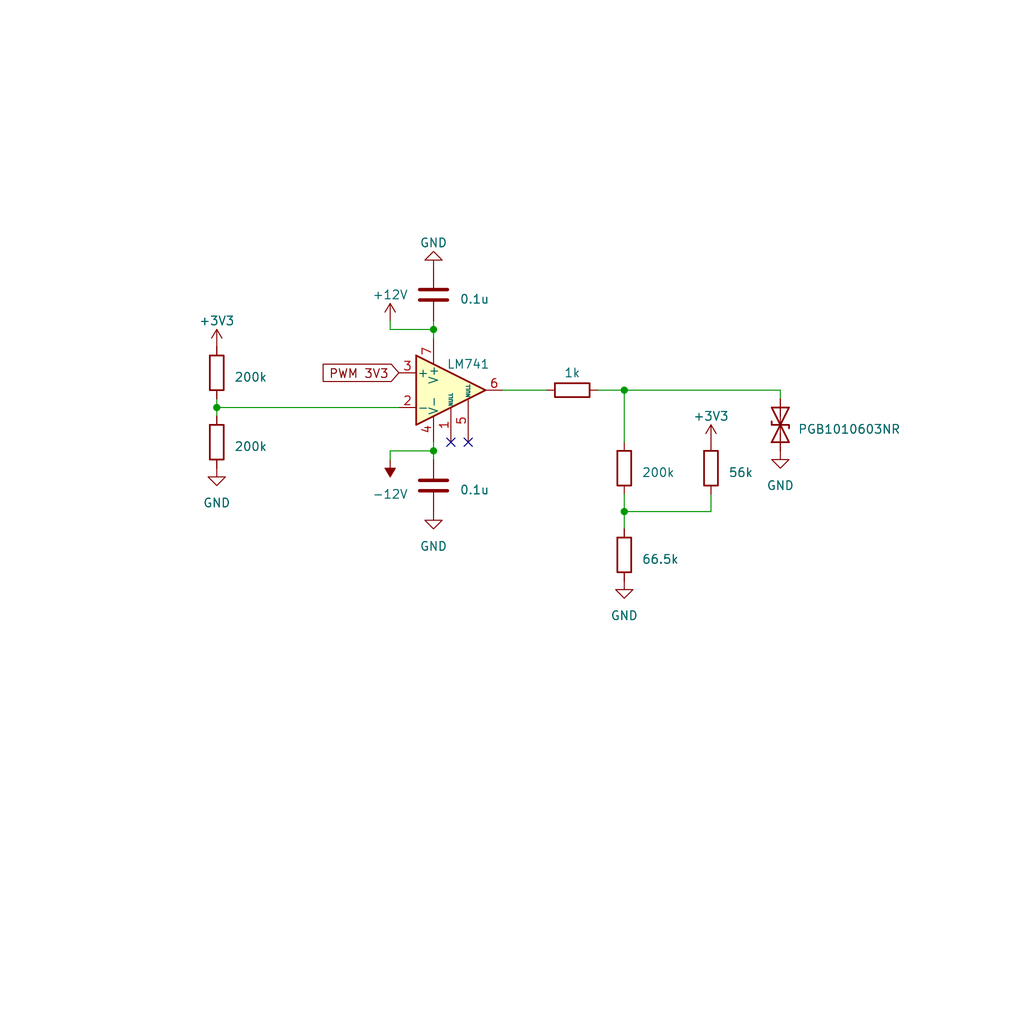
<source format=kicad_sch>
(kicad_sch (version 20230121) (generator eeschema)

  (uuid 794f02f1-601f-4541-9f4a-d3b04ae4d5ce)

  (paper "User" 150.012 150.012)

  (title_block
    (title "Control Pilot PCB")
    (company "Universjdad Nacional de Colombia")
    (comment 1 "Yanet Esther Estrada López     Juan Esteban Bustos Rodríguez")
    (comment 2 "Julián Enrique Tovar Aranguren     María Camila Muñóz Berrio")
    (comment 3 "Manuel Alejandro Pérez Carvajal     Eddy Santiago Delgado Caro")
  )

  (lib_symbols
    (symbol "Amplifier_Operational:LM741" (pin_names (offset 0.127)) (in_bom yes) (on_board yes)
      (property "Reference" "U" (at 0 6.35 0)
        (effects (font (size 1.27 1.27)) (justify left))
      )
      (property "Value" "LM741" (at 0 3.81 0)
        (effects (font (size 1.27 1.27)) (justify left))
      )
      (property "Footprint" "" (at 1.27 1.27 0)
        (effects (font (size 1.27 1.27)) hide)
      )
      (property "Datasheet" "http://www.ti.com/lit/ds/symlink/lm741.pdf" (at 3.81 3.81 0)
        (effects (font (size 1.27 1.27)) hide)
      )
      (property "ki_keywords" "single opamp" (at 0 0 0)
        (effects (font (size 1.27 1.27)) hide)
      )
      (property "ki_description" "Operational Amplifier, DIP-8/TO-99-8" (at 0 0 0)
        (effects (font (size 1.27 1.27)) hide)
      )
      (property "ki_fp_filters" "SOIC*3.9x4.9mm*P1.27mm* DIP*W7.62mm* TSSOP*3x3mm*P0.65mm*" (at 0 0 0)
        (effects (font (size 1.27 1.27)) hide)
      )
      (symbol "LM741_0_1"
        (polyline
          (pts
            (xy -5.08 5.08)
            (xy 5.08 0)
            (xy -5.08 -5.08)
            (xy -5.08 5.08)
          )
          (stroke (width 0.254) (type default))
          (fill (type background))
        )
      )
      (symbol "LM741_1_1"
        (pin input line (at 0 -7.62 90) (length 5.08)
          (name "NULL" (effects (font (size 0.508 0.508))))
          (number "1" (effects (font (size 1.27 1.27))))
        )
        (pin input line (at -7.62 -2.54 0) (length 2.54)
          (name "-" (effects (font (size 1.27 1.27))))
          (number "2" (effects (font (size 1.27 1.27))))
        )
        (pin input line (at -7.62 2.54 0) (length 2.54)
          (name "+" (effects (font (size 1.27 1.27))))
          (number "3" (effects (font (size 1.27 1.27))))
        )
        (pin power_in line (at -2.54 -7.62 90) (length 3.81)
          (name "V-" (effects (font (size 1.27 1.27))))
          (number "4" (effects (font (size 1.27 1.27))))
        )
        (pin input line (at 2.54 -7.62 90) (length 6.35)
          (name "NULL" (effects (font (size 0.508 0.508))))
          (number "5" (effects (font (size 1.27 1.27))))
        )
        (pin output line (at 7.62 0 180) (length 2.54)
          (name "~" (effects (font (size 1.27 1.27))))
          (number "6" (effects (font (size 1.27 1.27))))
        )
        (pin power_in line (at -2.54 7.62 270) (length 3.81)
          (name "V+" (effects (font (size 1.27 1.27))))
          (number "7" (effects (font (size 1.27 1.27))))
        )
        (pin no_connect line (at 0 2.54 270) (length 2.54) hide
          (name "NC" (effects (font (size 1.27 1.27))))
          (number "8" (effects (font (size 1.27 1.27))))
        )
      )
    )
    (symbol "Device:C" (pin_numbers hide) (pin_names (offset 0.254)) (in_bom yes) (on_board yes)
      (property "Reference" "C" (at 0.635 2.54 0)
        (effects (font (size 1.27 1.27)) (justify left))
      )
      (property "Value" "C" (at 0.635 -2.54 0)
        (effects (font (size 1.27 1.27)) (justify left))
      )
      (property "Footprint" "" (at 0.9652 -3.81 0)
        (effects (font (size 1.27 1.27)) hide)
      )
      (property "Datasheet" "~" (at 0 0 0)
        (effects (font (size 1.27 1.27)) hide)
      )
      (property "ki_keywords" "cap capacitor" (at 0 0 0)
        (effects (font (size 1.27 1.27)) hide)
      )
      (property "ki_description" "Unpolarized capacitor" (at 0 0 0)
        (effects (font (size 1.27 1.27)) hide)
      )
      (property "ki_fp_filters" "C_*" (at 0 0 0)
        (effects (font (size 1.27 1.27)) hide)
      )
      (symbol "C_0_1"
        (polyline
          (pts
            (xy -2.032 -0.762)
            (xy 2.032 -0.762)
          )
          (stroke (width 0.508) (type default))
          (fill (type none))
        )
        (polyline
          (pts
            (xy -2.032 0.762)
            (xy 2.032 0.762)
          )
          (stroke (width 0.508) (type default))
          (fill (type none))
        )
      )
      (symbol "C_1_1"
        (pin passive line (at 0 3.81 270) (length 2.794)
          (name "~" (effects (font (size 1.27 1.27))))
          (number "1" (effects (font (size 1.27 1.27))))
        )
        (pin passive line (at 0 -3.81 90) (length 2.794)
          (name "~" (effects (font (size 1.27 1.27))))
          (number "2" (effects (font (size 1.27 1.27))))
        )
      )
    )
    (symbol "Device:D_TVS" (pin_numbers hide) (pin_names (offset 1.016) hide) (in_bom yes) (on_board yes)
      (property "Reference" "D" (at 0 2.54 0)
        (effects (font (size 1.27 1.27)))
      )
      (property "Value" "D_TVS" (at 0 -2.54 0)
        (effects (font (size 1.27 1.27)))
      )
      (property "Footprint" "" (at 0 0 0)
        (effects (font (size 1.27 1.27)) hide)
      )
      (property "Datasheet" "~" (at 0 0 0)
        (effects (font (size 1.27 1.27)) hide)
      )
      (property "ki_keywords" "diode TVS thyrector" (at 0 0 0)
        (effects (font (size 1.27 1.27)) hide)
      )
      (property "ki_description" "Bidirectional transient-voltage-suppression diode" (at 0 0 0)
        (effects (font (size 1.27 1.27)) hide)
      )
      (property "ki_fp_filters" "TO-???* *_Diode_* *SingleDiode* D_*" (at 0 0 0)
        (effects (font (size 1.27 1.27)) hide)
      )
      (symbol "D_TVS_0_1"
        (polyline
          (pts
            (xy 1.27 0)
            (xy -1.27 0)
          )
          (stroke (width 0) (type default))
          (fill (type none))
        )
        (polyline
          (pts
            (xy 0.508 1.27)
            (xy 0 1.27)
            (xy 0 -1.27)
            (xy -0.508 -1.27)
          )
          (stroke (width 0.254) (type default))
          (fill (type none))
        )
        (polyline
          (pts
            (xy -2.54 1.27)
            (xy -2.54 -1.27)
            (xy 2.54 1.27)
            (xy 2.54 -1.27)
            (xy -2.54 1.27)
          )
          (stroke (width 0.254) (type default))
          (fill (type none))
        )
      )
      (symbol "D_TVS_1_1"
        (pin passive line (at -3.81 0 0) (length 2.54)
          (name "A1" (effects (font (size 1.27 1.27))))
          (number "1" (effects (font (size 1.27 1.27))))
        )
        (pin passive line (at 3.81 0 180) (length 2.54)
          (name "A2" (effects (font (size 1.27 1.27))))
          (number "2" (effects (font (size 1.27 1.27))))
        )
      )
    )
    (symbol "Device:R" (pin_numbers hide) (pin_names (offset 0)) (in_bom yes) (on_board yes)
      (property "Reference" "R" (at 2.032 0 90)
        (effects (font (size 1.27 1.27)))
      )
      (property "Value" "R" (at 0 0 90)
        (effects (font (size 1.27 1.27)))
      )
      (property "Footprint" "" (at -1.778 0 90)
        (effects (font (size 1.27 1.27)) hide)
      )
      (property "Datasheet" "~" (at 0 0 0)
        (effects (font (size 1.27 1.27)) hide)
      )
      (property "ki_keywords" "R res resistor" (at 0 0 0)
        (effects (font (size 1.27 1.27)) hide)
      )
      (property "ki_description" "Resistor" (at 0 0 0)
        (effects (font (size 1.27 1.27)) hide)
      )
      (property "ki_fp_filters" "R_*" (at 0 0 0)
        (effects (font (size 1.27 1.27)) hide)
      )
      (symbol "R_0_1"
        (rectangle (start -1.016 -2.54) (end 1.016 2.54)
          (stroke (width 0.254) (type default))
          (fill (type none))
        )
      )
      (symbol "R_1_1"
        (pin passive line (at 0 3.81 270) (length 1.27)
          (name "~" (effects (font (size 1.27 1.27))))
          (number "1" (effects (font (size 1.27 1.27))))
        )
        (pin passive line (at 0 -3.81 90) (length 1.27)
          (name "~" (effects (font (size 1.27 1.27))))
          (number "2" (effects (font (size 1.27 1.27))))
        )
      )
    )
    (symbol "power:+12V" (power) (pin_names (offset 0)) (in_bom yes) (on_board yes)
      (property "Reference" "#PWR" (at 0 -3.81 0)
        (effects (font (size 1.27 1.27)) hide)
      )
      (property "Value" "+12V" (at 0 3.556 0)
        (effects (font (size 1.27 1.27)))
      )
      (property "Footprint" "" (at 0 0 0)
        (effects (font (size 1.27 1.27)) hide)
      )
      (property "Datasheet" "" (at 0 0 0)
        (effects (font (size 1.27 1.27)) hide)
      )
      (property "ki_keywords" "global power" (at 0 0 0)
        (effects (font (size 1.27 1.27)) hide)
      )
      (property "ki_description" "Power symbol creates a global label with name \"+12V\"" (at 0 0 0)
        (effects (font (size 1.27 1.27)) hide)
      )
      (symbol "+12V_0_1"
        (polyline
          (pts
            (xy -0.762 1.27)
            (xy 0 2.54)
          )
          (stroke (width 0) (type default))
          (fill (type none))
        )
        (polyline
          (pts
            (xy 0 0)
            (xy 0 2.54)
          )
          (stroke (width 0) (type default))
          (fill (type none))
        )
        (polyline
          (pts
            (xy 0 2.54)
            (xy 0.762 1.27)
          )
          (stroke (width 0) (type default))
          (fill (type none))
        )
      )
      (symbol "+12V_1_1"
        (pin power_in line (at 0 0 90) (length 0) hide
          (name "+12V" (effects (font (size 1.27 1.27))))
          (number "1" (effects (font (size 1.27 1.27))))
        )
      )
    )
    (symbol "power:+3V3" (power) (pin_names (offset 0)) (in_bom yes) (on_board yes)
      (property "Reference" "#PWR" (at 0 -3.81 0)
        (effects (font (size 1.27 1.27)) hide)
      )
      (property "Value" "+3V3" (at 0 3.556 0)
        (effects (font (size 1.27 1.27)))
      )
      (property "Footprint" "" (at 0 0 0)
        (effects (font (size 1.27 1.27)) hide)
      )
      (property "Datasheet" "" (at 0 0 0)
        (effects (font (size 1.27 1.27)) hide)
      )
      (property "ki_keywords" "global power" (at 0 0 0)
        (effects (font (size 1.27 1.27)) hide)
      )
      (property "ki_description" "Power symbol creates a global label with name \"+3V3\"" (at 0 0 0)
        (effects (font (size 1.27 1.27)) hide)
      )
      (symbol "+3V3_0_1"
        (polyline
          (pts
            (xy -0.762 1.27)
            (xy 0 2.54)
          )
          (stroke (width 0) (type default))
          (fill (type none))
        )
        (polyline
          (pts
            (xy 0 0)
            (xy 0 2.54)
          )
          (stroke (width 0) (type default))
          (fill (type none))
        )
        (polyline
          (pts
            (xy 0 2.54)
            (xy 0.762 1.27)
          )
          (stroke (width 0) (type default))
          (fill (type none))
        )
      )
      (symbol "+3V3_1_1"
        (pin power_in line (at 0 0 90) (length 0) hide
          (name "+3V3" (effects (font (size 1.27 1.27))))
          (number "1" (effects (font (size 1.27 1.27))))
        )
      )
    )
    (symbol "power:-12V" (power) (pin_names (offset 0)) (in_bom yes) (on_board yes)
      (property "Reference" "#PWR" (at 0 2.54 0)
        (effects (font (size 1.27 1.27)) hide)
      )
      (property "Value" "-12V" (at 0 3.81 0)
        (effects (font (size 1.27 1.27)))
      )
      (property "Footprint" "" (at 0 0 0)
        (effects (font (size 1.27 1.27)) hide)
      )
      (property "Datasheet" "" (at 0 0 0)
        (effects (font (size 1.27 1.27)) hide)
      )
      (property "ki_keywords" "global power" (at 0 0 0)
        (effects (font (size 1.27 1.27)) hide)
      )
      (property "ki_description" "Power symbol creates a global label with name \"-12V\"" (at 0 0 0)
        (effects (font (size 1.27 1.27)) hide)
      )
      (symbol "-12V_0_0"
        (pin power_in line (at 0 0 90) (length 0) hide
          (name "-12V" (effects (font (size 1.27 1.27))))
          (number "1" (effects (font (size 1.27 1.27))))
        )
      )
      (symbol "-12V_0_1"
        (polyline
          (pts
            (xy 0 0)
            (xy 0 1.27)
            (xy 0.762 1.27)
            (xy 0 2.54)
            (xy -0.762 1.27)
            (xy 0 1.27)
          )
          (stroke (width 0) (type default))
          (fill (type outline))
        )
      )
    )
    (symbol "power:GND" (power) (pin_names (offset 0)) (in_bom yes) (on_board yes)
      (property "Reference" "#PWR" (at 0 -6.35 0)
        (effects (font (size 1.27 1.27)) hide)
      )
      (property "Value" "GND" (at 0 -3.81 0)
        (effects (font (size 1.27 1.27)))
      )
      (property "Footprint" "" (at 0 0 0)
        (effects (font (size 1.27 1.27)) hide)
      )
      (property "Datasheet" "" (at 0 0 0)
        (effects (font (size 1.27 1.27)) hide)
      )
      (property "ki_keywords" "global power" (at 0 0 0)
        (effects (font (size 1.27 1.27)) hide)
      )
      (property "ki_description" "Power symbol creates a global label with name \"GND\" , ground" (at 0 0 0)
        (effects (font (size 1.27 1.27)) hide)
      )
      (symbol "GND_0_1"
        (polyline
          (pts
            (xy 0 0)
            (xy 0 -1.27)
            (xy 1.27 -1.27)
            (xy 0 -2.54)
            (xy -1.27 -1.27)
            (xy 0 -1.27)
          )
          (stroke (width 0) (type default))
          (fill (type none))
        )
      )
      (symbol "GND_1_1"
        (pin power_in line (at 0 0 270) (length 0) hide
          (name "GND" (effects (font (size 1.27 1.27))))
          (number "1" (effects (font (size 1.27 1.27))))
        )
      )
    )
  )

  (junction (at 91.44 57.15) (diameter 0) (color 0 0 0 0)
    (uuid 20a99827-e243-4285-82ec-5b510b8094dd)
  )
  (junction (at 63.5 48.26) (diameter 0) (color 0 0 0 0)
    (uuid 821e8c62-19f9-4ced-a390-2eae273106d6)
  )
  (junction (at 91.44 74.93) (diameter 0) (color 0 0 0 0)
    (uuid 8c44c306-fe9a-4e50-9de5-577592f591e9)
  )
  (junction (at 63.5 66.04) (diameter 0) (color 0 0 0 0)
    (uuid f3cacd41-3bb9-4c20-8a8a-be60ddd1822b)
  )
  (junction (at 31.75 59.69) (diameter 0) (color 0 0 0 0)
    (uuid f697c311-e836-40b7-91f2-682237883252)
  )

  (no_connect (at 66.04 64.77) (uuid 40a0b07e-c31e-4bfd-b32d-638592fa5376))
  (no_connect (at 68.58 64.77) (uuid 638a7eef-274a-4b7f-8b96-29e083c9949a))

  (wire (pts (xy 63.5 64.77) (xy 63.5 66.04))
    (stroke (width 0) (type default))
    (uuid 00eb11d0-8329-4046-9767-55417e6ade1e)
  )
  (wire (pts (xy 63.5 66.04) (xy 57.15 66.04))
    (stroke (width 0) (type default))
    (uuid 1155197e-2d41-4caa-b3cb-60f895384bf4)
  )
  (wire (pts (xy 91.44 57.15) (xy 91.44 64.77))
    (stroke (width 0) (type default))
    (uuid 46397d04-6567-497c-9f87-5d32bb56467c)
  )
  (wire (pts (xy 31.75 59.69) (xy 31.75 60.96))
    (stroke (width 0) (type default))
    (uuid 46b2d994-08e3-4e04-a1e8-1b8e629e0fe5)
  )
  (wire (pts (xy 57.15 48.26) (xy 57.15 46.99))
    (stroke (width 0) (type default))
    (uuid 5c0e282d-dcac-4d0b-98f1-b7e7e01a0616)
  )
  (wire (pts (xy 31.75 58.42) (xy 31.75 59.69))
    (stroke (width 0) (type default))
    (uuid 6fe0a622-d127-410f-ae9e-945eccfaebef)
  )
  (wire (pts (xy 73.66 57.15) (xy 80.01 57.15))
    (stroke (width 0) (type default))
    (uuid 7eddc350-8705-4261-a520-7b264eadd764)
  )
  (wire (pts (xy 91.44 72.39) (xy 91.44 74.93))
    (stroke (width 0) (type default))
    (uuid 83dfca2d-a18f-497e-8fe5-a5dd35e2396a)
  )
  (wire (pts (xy 63.5 48.26) (xy 57.15 48.26))
    (stroke (width 0) (type default))
    (uuid 8ff4331e-ca36-43bd-97ee-d502778c1489)
  )
  (wire (pts (xy 63.5 46.99) (xy 63.5 48.26))
    (stroke (width 0) (type default))
    (uuid 9a524712-01e3-4f92-b244-36844a082818)
  )
  (wire (pts (xy 114.3 58.42) (xy 114.3 57.15))
    (stroke (width 0) (type default))
    (uuid 9f6baee6-eb81-4bc8-a63f-92ecb648ccec)
  )
  (wire (pts (xy 63.5 66.04) (xy 63.5 67.31))
    (stroke (width 0) (type default))
    (uuid b207e785-fb87-4a4b-8883-3a27f22d3c65)
  )
  (wire (pts (xy 58.42 59.69) (xy 31.75 59.69))
    (stroke (width 0) (type default))
    (uuid c3bd6f4f-8243-4042-a9ef-ba82eaa15fbe)
  )
  (wire (pts (xy 91.44 74.93) (xy 104.14 74.93))
    (stroke (width 0) (type default))
    (uuid c880fed3-f39d-460d-815a-cf04ae732fd5)
  )
  (wire (pts (xy 104.14 72.39) (xy 104.14 74.93))
    (stroke (width 0) (type default))
    (uuid d4e6c30d-702a-4b0d-9a02-59b43701b091)
  )
  (wire (pts (xy 91.44 57.15) (xy 114.3 57.15))
    (stroke (width 0) (type default))
    (uuid d99ee1a4-b575-45c8-8655-e1837a2ec541)
  )
  (wire (pts (xy 87.63 57.15) (xy 91.44 57.15))
    (stroke (width 0) (type default))
    (uuid def078f9-2422-484b-854d-1eef348f9966)
  )
  (wire (pts (xy 63.5 48.26) (xy 63.5 49.53))
    (stroke (width 0) (type default))
    (uuid ec0bc987-f871-432c-9f9e-ab320ca89a7b)
  )
  (wire (pts (xy 91.44 74.93) (xy 91.44 77.47))
    (stroke (width 0) (type default))
    (uuid ef75745f-c6cf-4762-8391-62dee8a3385b)
  )
  (wire (pts (xy 57.15 66.04) (xy 57.15 67.31))
    (stroke (width 0) (type default))
    (uuid feb9f3f6-20e7-4b46-997a-a71ab0c83317)
  )

  (global_label "PWM 3V3" (shape input) (at 58.42 54.61 180) (fields_autoplaced)
    (effects (font (size 1.27 1.27)) (justify right))
    (uuid ff383ff0-50ab-4c8c-933d-2669dd04548c)
    (property "Intersheetrefs" "${INTERSHEET_REFS}" (at 46.8662 54.61 0)
      (effects (font (size 1.27 1.27)) (justify right) hide)
    )
  )

  (symbol (lib_id "power:+3V3") (at 104.14 64.77 0) (unit 1)
    (in_bom yes) (on_board yes) (dnp no) (fields_autoplaced)
    (uuid 06db7cfa-3de2-4b43-8e24-894f3420c973)
    (property "Reference" "#PWR02" (at 104.14 68.58 0)
      (effects (font (size 1.27 1.27)) hide)
    )
    (property "Value" "+3V3" (at 104.14 60.96 0)
      (effects (font (size 1.27 1.27)))
    )
    (property "Footprint" "" (at 104.14 64.77 0)
      (effects (font (size 1.27 1.27)) hide)
    )
    (property "Datasheet" "" (at 104.14 64.77 0)
      (effects (font (size 1.27 1.27)) hide)
    )
    (pin "1" (uuid aefe602c-a1a6-407a-afd1-cc5860959d9c))
    (instances
      (project "controlpilot"
        (path "/794f02f1-601f-4541-9f4a-d3b04ae4d5ce"
          (reference "#PWR02") (unit 1)
        )
      )
    )
  )

  (symbol (lib_id "Device:D_TVS") (at 114.3 62.23 90) (unit 1)
    (in_bom yes) (on_board yes) (dnp no) (fields_autoplaced)
    (uuid 0d1d4d12-d593-4abc-bb74-cfd22ac3754f)
    (property "Reference" "D1" (at 116.84 61.595 90)
      (effects (font (size 1.27 1.27)) (justify right) hide)
    )
    (property "Value" "PGB1010603NR" (at 116.84 62.865 90)
      (effects (font (size 1.27 1.27)) (justify right))
    )
    (property "Footprint" "LED_SMD:LED_0201_0603Metric" (at 114.3 62.23 0)
      (effects (font (size 1.27 1.27)) hide)
    )
    (property "Datasheet" "~" (at 114.3 62.23 0)
      (effects (font (size 1.27 1.27)) hide)
    )
    (pin "1" (uuid d85eeed5-28ef-4019-9ee8-3f683bf71a2f))
    (pin "2" (uuid 8733005c-26e9-4740-a533-444627bf7838))
    (instances
      (project "controlpilot"
        (path "/794f02f1-601f-4541-9f4a-d3b04ae4d5ce"
          (reference "D1") (unit 1)
        )
      )
    )
  )

  (symbol (lib_id "power:GND") (at 63.5 74.93 0) (unit 1)
    (in_bom yes) (on_board yes) (dnp no) (fields_autoplaced)
    (uuid 0e0a3c97-b741-4eb0-8869-0e8c8fdba0db)
    (property "Reference" "#PWR04" (at 63.5 81.28 0)
      (effects (font (size 1.27 1.27)) hide)
    )
    (property "Value" "GND" (at 63.5 80.01 0)
      (effects (font (size 1.27 1.27)))
    )
    (property "Footprint" "" (at 63.5 74.93 0)
      (effects (font (size 1.27 1.27)) hide)
    )
    (property "Datasheet" "" (at 63.5 74.93 0)
      (effects (font (size 1.27 1.27)) hide)
    )
    (pin "1" (uuid 7173d0d7-81e2-4713-b065-ca54b3d6b1e0))
    (instances
      (project "controlpilot"
        (path "/794f02f1-601f-4541-9f4a-d3b04ae4d5ce"
          (reference "#PWR04") (unit 1)
        )
      )
    )
  )

  (symbol (lib_id "power:GND") (at 31.75 68.58 0) (unit 1)
    (in_bom yes) (on_board yes) (dnp no) (fields_autoplaced)
    (uuid 141692fb-8919-4054-aeb3-5714d343cd16)
    (property "Reference" "#PWR03" (at 31.75 74.93 0)
      (effects (font (size 1.27 1.27)) hide)
    )
    (property "Value" "GND" (at 31.75 73.66 0)
      (effects (font (size 1.27 1.27)))
    )
    (property "Footprint" "" (at 31.75 68.58 0)
      (effects (font (size 1.27 1.27)) hide)
    )
    (property "Datasheet" "" (at 31.75 68.58 0)
      (effects (font (size 1.27 1.27)) hide)
    )
    (pin "1" (uuid 154b12e8-fa5a-47a8-9d79-d94fc811e29a))
    (instances
      (project "controlpilot"
        (path "/794f02f1-601f-4541-9f4a-d3b04ae4d5ce"
          (reference "#PWR03") (unit 1)
        )
      )
    )
  )

  (symbol (lib_id "power:GND") (at 91.44 85.09 0) (unit 1)
    (in_bom yes) (on_board yes) (dnp no) (fields_autoplaced)
    (uuid 26ce8994-62bd-4391-8ee2-568f0c472541)
    (property "Reference" "#PWR06" (at 91.44 91.44 0)
      (effects (font (size 1.27 1.27)) hide)
    )
    (property "Value" "GND" (at 91.44 90.17 0)
      (effects (font (size 1.27 1.27)))
    )
    (property "Footprint" "" (at 91.44 85.09 0)
      (effects (font (size 1.27 1.27)) hide)
    )
    (property "Datasheet" "" (at 91.44 85.09 0)
      (effects (font (size 1.27 1.27)) hide)
    )
    (pin "1" (uuid 381571a9-361d-432e-815a-0ff289f38c7c))
    (instances
      (project "controlpilot"
        (path "/794f02f1-601f-4541-9f4a-d3b04ae4d5ce"
          (reference "#PWR06") (unit 1)
        )
      )
    )
  )

  (symbol (lib_id "Amplifier_Operational:LM741") (at 66.04 57.15 0) (unit 1)
    (in_bom yes) (on_board yes) (dnp no)
    (uuid 26f3a4f2-d5d7-4f42-b92b-6455c94fa6c1)
    (property "Reference" "U1" (at 76.2 53.7211 0)
      (effects (font (size 1.27 1.27)) hide)
    )
    (property "Value" "LM741" (at 68.58 53.34 0)
      (effects (font (size 1.27 1.27)))
    )
    (property "Footprint" "Package_DIP:DIP-8_W7.62mm_Socket" (at 67.31 55.88 0)
      (effects (font (size 1.27 1.27)) hide)
    )
    (property "Datasheet" "http://www.ti.com/lit/ds/symlink/lm741.pdf" (at 69.85 53.34 0)
      (effects (font (size 1.27 1.27)) hide)
    )
    (pin "1" (uuid e497e42d-e1b9-424b-852f-13d651a6f8c1))
    (pin "2" (uuid 4b0cd718-3343-483b-bf8c-7c0ea9713374))
    (pin "3" (uuid 8ca2242f-8e76-4aca-b254-e6ead73c3aa9))
    (pin "4" (uuid 0387962c-130a-449a-b56d-a02e1dcf559a))
    (pin "5" (uuid 21d2edb9-9e9e-4ef1-855c-19bd4a877926))
    (pin "6" (uuid ba951ba9-47f3-4b93-891c-7b4a1fcd11a2))
    (pin "7" (uuid aa3d6b6b-e9cf-4ade-a8bb-201b1d3e410f))
    (pin "8" (uuid b435d412-8c40-43e5-a614-da910779cc2c))
    (instances
      (project "controlpilot"
        (path "/794f02f1-601f-4541-9f4a-d3b04ae4d5ce"
          (reference "U1") (unit 1)
        )
      )
    )
  )

  (symbol (lib_id "Device:C") (at 63.5 71.12 0) (unit 1)
    (in_bom yes) (on_board yes) (dnp no) (fields_autoplaced)
    (uuid 2f54e2c6-f250-4806-8085-1faa7c69df32)
    (property "Reference" "C2" (at 67.31 70.485 0)
      (effects (font (size 1.27 1.27)) (justify left) hide)
    )
    (property "Value" "0.1u" (at 67.31 71.755 0)
      (effects (font (size 1.27 1.27)) (justify left))
    )
    (property "Footprint" "Capacitor_THT:C_Disc_D3.0mm_W1.6mm_P2.50mm" (at 64.4652 74.93 0)
      (effects (font (size 1.27 1.27)) hide)
    )
    (property "Datasheet" "~" (at 63.5 71.12 0)
      (effects (font (size 1.27 1.27)) hide)
    )
    (pin "1" (uuid f7752df2-a1b7-48c0-b456-5a7211ed6b46))
    (pin "2" (uuid fb7670e6-2c27-4668-b417-df44d7218414))
    (instances
      (project "controlpilot"
        (path "/794f02f1-601f-4541-9f4a-d3b04ae4d5ce"
          (reference "C2") (unit 1)
        )
      )
    )
  )

  (symbol (lib_id "power:-12V") (at 57.15 67.31 180) (unit 1)
    (in_bom yes) (on_board yes) (dnp no) (fields_autoplaced)
    (uuid 326784b4-2ccf-4a81-bd92-4182f274e329)
    (property "Reference" "#PWR09" (at 57.15 69.85 0)
      (effects (font (size 1.27 1.27)) hide)
    )
    (property "Value" "-12V" (at 57.15 72.39 0)
      (effects (font (size 1.27 1.27)))
    )
    (property "Footprint" "" (at 57.15 67.31 0)
      (effects (font (size 1.27 1.27)) hide)
    )
    (property "Datasheet" "" (at 57.15 67.31 0)
      (effects (font (size 1.27 1.27)) hide)
    )
    (pin "1" (uuid 99443880-e91f-417a-b99d-598fe202e938))
    (instances
      (project "controlpilot"
        (path "/794f02f1-601f-4541-9f4a-d3b04ae4d5ce"
          (reference "#PWR09") (unit 1)
        )
      )
    )
  )

  (symbol (lib_id "Device:R") (at 83.82 57.15 90) (unit 1)
    (in_bom yes) (on_board yes) (dnp no) (fields_autoplaced)
    (uuid 5b5ec857-c310-441b-9a60-9a5be7b0c32b)
    (property "Reference" "R6" (at 83.82 52.07 90)
      (effects (font (size 1.27 1.27)) hide)
    )
    (property "Value" "1k" (at 83.82 54.61 90)
      (effects (font (size 1.27 1.27)))
    )
    (property "Footprint" "Resistor_THT:R_Axial_DIN0204_L3.6mm_D1.6mm_P5.08mm_Horizontal" (at 83.82 58.928 90)
      (effects (font (size 1.27 1.27)) hide)
    )
    (property "Datasheet" "~" (at 83.82 57.15 0)
      (effects (font (size 1.27 1.27)) hide)
    )
    (pin "1" (uuid ac824ab0-9d6d-4252-a70f-1ad8d4f6a710))
    (pin "2" (uuid 32f32c15-20f4-448b-8269-89037ecf2612))
    (instances
      (project "controlpilot"
        (path "/794f02f1-601f-4541-9f4a-d3b04ae4d5ce"
          (reference "R6") (unit 1)
        )
      )
    )
  )

  (symbol (lib_id "Device:R") (at 104.14 68.58 0) (unit 1)
    (in_bom yes) (on_board yes) (dnp no) (fields_autoplaced)
    (uuid 726035c9-9671-427c-867e-e36ccdf34117)
    (property "Reference" "R5" (at 106.68 67.945 0)
      (effects (font (size 1.27 1.27)) (justify left) hide)
    )
    (property "Value" "56k" (at 106.68 69.215 0)
      (effects (font (size 1.27 1.27)) (justify left))
    )
    (property "Footprint" "Resistor_THT:R_Axial_DIN0204_L3.6mm_D1.6mm_P5.08mm_Horizontal" (at 102.362 68.58 90)
      (effects (font (size 1.27 1.27)) hide)
    )
    (property "Datasheet" "~" (at 104.14 68.58 0)
      (effects (font (size 1.27 1.27)) hide)
    )
    (pin "1" (uuid 36159364-dd74-4f52-a538-2bf4817348f4))
    (pin "2" (uuid 462ad31e-18e6-4cf1-a3ec-822bca4f9c99))
    (instances
      (project "controlpilot"
        (path "/794f02f1-601f-4541-9f4a-d3b04ae4d5ce"
          (reference "R5") (unit 1)
        )
      )
    )
  )

  (symbol (lib_id "power:+3V3") (at 31.75 50.8 0) (unit 1)
    (in_bom yes) (on_board yes) (dnp no) (fields_autoplaced)
    (uuid 7d7e833b-92c4-44e9-b5ec-d50e5ec1a1ca)
    (property "Reference" "#PWR01" (at 31.75 54.61 0)
      (effects (font (size 1.27 1.27)) hide)
    )
    (property "Value" "+3V3" (at 31.75 46.99 0)
      (effects (font (size 1.27 1.27)))
    )
    (property "Footprint" "" (at 31.75 50.8 0)
      (effects (font (size 1.27 1.27)) hide)
    )
    (property "Datasheet" "" (at 31.75 50.8 0)
      (effects (font (size 1.27 1.27)) hide)
    )
    (pin "1" (uuid b6a1598d-47b6-4324-b00d-7d2e02c187cf))
    (instances
      (project "controlpilot"
        (path "/794f02f1-601f-4541-9f4a-d3b04ae4d5ce"
          (reference "#PWR01") (unit 1)
        )
      )
    )
  )

  (symbol (lib_id "Device:R") (at 31.75 54.61 0) (unit 1)
    (in_bom yes) (on_board yes) (dnp no) (fields_autoplaced)
    (uuid b04c8977-f4c1-47e8-8806-462b9a88ee20)
    (property "Reference" "R1" (at 34.29 53.975 0)
      (effects (font (size 1.27 1.27)) (justify left) hide)
    )
    (property "Value" "200k" (at 34.29 55.245 0)
      (effects (font (size 1.27 1.27)) (justify left))
    )
    (property "Footprint" "Resistor_THT:R_Axial_DIN0204_L3.6mm_D1.6mm_P5.08mm_Horizontal" (at 29.972 54.61 90)
      (effects (font (size 1.27 1.27)) hide)
    )
    (property "Datasheet" "~" (at 31.75 54.61 0)
      (effects (font (size 1.27 1.27)) hide)
    )
    (pin "1" (uuid 9c4db7bb-cdd3-4712-9c72-41779c2ed60f))
    (pin "2" (uuid 04dcf846-7963-47dd-a077-0bf02f1a7902))
    (instances
      (project "controlpilot"
        (path "/794f02f1-601f-4541-9f4a-d3b04ae4d5ce"
          (reference "R1") (unit 1)
        )
      )
    )
  )

  (symbol (lib_id "power:+12V") (at 57.15 46.99 0) (unit 1)
    (in_bom yes) (on_board yes) (dnp no) (fields_autoplaced)
    (uuid b108448f-7595-4510-bfce-d9295998d842)
    (property "Reference" "#PWR08" (at 57.15 50.8 0)
      (effects (font (size 1.27 1.27)) hide)
    )
    (property "Value" "+12V" (at 57.15 43.18 0)
      (effects (font (size 1.27 1.27)))
    )
    (property "Footprint" "" (at 57.15 46.99 0)
      (effects (font (size 1.27 1.27)) hide)
    )
    (property "Datasheet" "" (at 57.15 46.99 0)
      (effects (font (size 1.27 1.27)) hide)
    )
    (pin "1" (uuid dd853b93-d22b-4eda-9199-2098af1e4e3a))
    (instances
      (project "controlpilot"
        (path "/794f02f1-601f-4541-9f4a-d3b04ae4d5ce"
          (reference "#PWR08") (unit 1)
        )
      )
    )
  )

  (symbol (lib_id "power:GND") (at 114.3 66.04 0) (unit 1)
    (in_bom yes) (on_board yes) (dnp no) (fields_autoplaced)
    (uuid b3be798d-05ab-4c78-9e8b-115711446b48)
    (property "Reference" "#PWR07" (at 114.3 72.39 0)
      (effects (font (size 1.27 1.27)) hide)
    )
    (property "Value" "GND" (at 114.3 71.12 0)
      (effects (font (size 1.27 1.27)))
    )
    (property "Footprint" "" (at 114.3 66.04 0)
      (effects (font (size 1.27 1.27)) hide)
    )
    (property "Datasheet" "" (at 114.3 66.04 0)
      (effects (font (size 1.27 1.27)) hide)
    )
    (pin "1" (uuid 0996b1b5-5c66-4c57-a270-76fe0bcd04b9))
    (instances
      (project "controlpilot"
        (path "/794f02f1-601f-4541-9f4a-d3b04ae4d5ce"
          (reference "#PWR07") (unit 1)
        )
      )
    )
  )

  (symbol (lib_id "Device:R") (at 31.75 64.77 0) (unit 1)
    (in_bom yes) (on_board yes) (dnp no) (fields_autoplaced)
    (uuid bbc293f7-05b0-4ab3-a420-cf3ecfa7e65e)
    (property "Reference" "R3" (at 34.29 64.135 0)
      (effects (font (size 1.27 1.27)) (justify left) hide)
    )
    (property "Value" "200k" (at 34.29 65.405 0)
      (effects (font (size 1.27 1.27)) (justify left))
    )
    (property "Footprint" "Resistor_THT:R_Axial_DIN0204_L3.6mm_D1.6mm_P5.08mm_Horizontal" (at 29.972 64.77 90)
      (effects (font (size 1.27 1.27)) hide)
    )
    (property "Datasheet" "~" (at 31.75 64.77 0)
      (effects (font (size 1.27 1.27)) hide)
    )
    (pin "1" (uuid fe2ff005-3a3c-4567-939b-ba7339e36338))
    (pin "2" (uuid f054f5f3-83cb-4fb1-a127-caef1e8da97f))
    (instances
      (project "controlpilot"
        (path "/794f02f1-601f-4541-9f4a-d3b04ae4d5ce"
          (reference "R3") (unit 1)
        )
      )
    )
  )

  (symbol (lib_id "Device:R") (at 91.44 81.28 0) (unit 1)
    (in_bom yes) (on_board yes) (dnp no) (fields_autoplaced)
    (uuid c56bb8d7-e5a7-4c8e-8de2-1354fc56428f)
    (property "Reference" "R4" (at 93.98 80.645 0)
      (effects (font (size 1.27 1.27)) (justify left) hide)
    )
    (property "Value" "66.5k" (at 93.98 81.915 0)
      (effects (font (size 1.27 1.27)) (justify left))
    )
    (property "Footprint" "Resistor_THT:R_Axial_DIN0204_L3.6mm_D1.6mm_P5.08mm_Horizontal" (at 89.662 81.28 90)
      (effects (font (size 1.27 1.27)) hide)
    )
    (property "Datasheet" "~" (at 91.44 81.28 0)
      (effects (font (size 1.27 1.27)) hide)
    )
    (pin "1" (uuid cb0f7b3b-747d-4338-b10e-da2c1ed283e7))
    (pin "2" (uuid d240b983-4561-4b01-8c81-6b501793c188))
    (instances
      (project "controlpilot"
        (path "/794f02f1-601f-4541-9f4a-d3b04ae4d5ce"
          (reference "R4") (unit 1)
        )
      )
    )
  )

  (symbol (lib_id "Device:R") (at 91.44 68.58 0) (unit 1)
    (in_bom yes) (on_board yes) (dnp no) (fields_autoplaced)
    (uuid da6271a8-40e6-4105-b885-7d5a02423ad5)
    (property "Reference" "R2" (at 93.98 67.945 0)
      (effects (font (size 1.27 1.27)) (justify left) hide)
    )
    (property "Value" "200k" (at 93.98 69.215 0)
      (effects (font (size 1.27 1.27)) (justify left))
    )
    (property "Footprint" "Resistor_THT:R_Axial_DIN0204_L3.6mm_D1.6mm_P5.08mm_Horizontal" (at 89.662 68.58 90)
      (effects (font (size 1.27 1.27)) hide)
    )
    (property "Datasheet" "~" (at 91.44 68.58 0)
      (effects (font (size 1.27 1.27)) hide)
    )
    (pin "1" (uuid bed3349e-f7ee-49bf-a657-91a9e452ea01))
    (pin "2" (uuid 9652ea6f-d2e1-4c35-b921-47b503f32221))
    (instances
      (project "controlpilot"
        (path "/794f02f1-601f-4541-9f4a-d3b04ae4d5ce"
          (reference "R2") (unit 1)
        )
      )
    )
  )

  (symbol (lib_id "power:GND") (at 63.5 39.37 180) (unit 1)
    (in_bom yes) (on_board yes) (dnp no) (fields_autoplaced)
    (uuid daf80642-9588-4106-936d-70fde0469301)
    (property "Reference" "#PWR05" (at 63.5 33.02 0)
      (effects (font (size 1.27 1.27)) hide)
    )
    (property "Value" "GND" (at 63.5 35.56 0)
      (effects (font (size 1.27 1.27)))
    )
    (property "Footprint" "" (at 63.5 39.37 0)
      (effects (font (size 1.27 1.27)) hide)
    )
    (property "Datasheet" "" (at 63.5 39.37 0)
      (effects (font (size 1.27 1.27)) hide)
    )
    (pin "1" (uuid 1b976f18-7720-47ae-ba46-c0f123357f56))
    (instances
      (project "controlpilot"
        (path "/794f02f1-601f-4541-9f4a-d3b04ae4d5ce"
          (reference "#PWR05") (unit 1)
        )
      )
    )
  )

  (symbol (lib_id "Device:C") (at 63.5 43.18 0) (unit 1)
    (in_bom yes) (on_board yes) (dnp no) (fields_autoplaced)
    (uuid e6bd4446-bed4-4584-8adc-bdcda937c655)
    (property "Reference" "C1" (at 67.31 42.545 0)
      (effects (font (size 1.27 1.27)) (justify left) hide)
    )
    (property "Value" "0.1u" (at 67.31 43.815 0)
      (effects (font (size 1.27 1.27)) (justify left))
    )
    (property "Footprint" "Capacitor_THT:C_Disc_D3.0mm_W1.6mm_P2.50mm" (at 64.4652 46.99 0)
      (effects (font (size 1.27 1.27)) hide)
    )
    (property "Datasheet" "~" (at 63.5 43.18 0)
      (effects (font (size 1.27 1.27)) hide)
    )
    (pin "1" (uuid 2f1222ba-d86f-4d1c-84b4-0411e9f7d3e3))
    (pin "2" (uuid 8cbc29c1-7bd3-4e0a-b6f8-0f68f06abe9e))
    (instances
      (project "controlpilot"
        (path "/794f02f1-601f-4541-9f4a-d3b04ae4d5ce"
          (reference "C1") (unit 1)
        )
      )
    )
  )

  (sheet_instances
    (path "/" (page "1"))
  )
)

</source>
